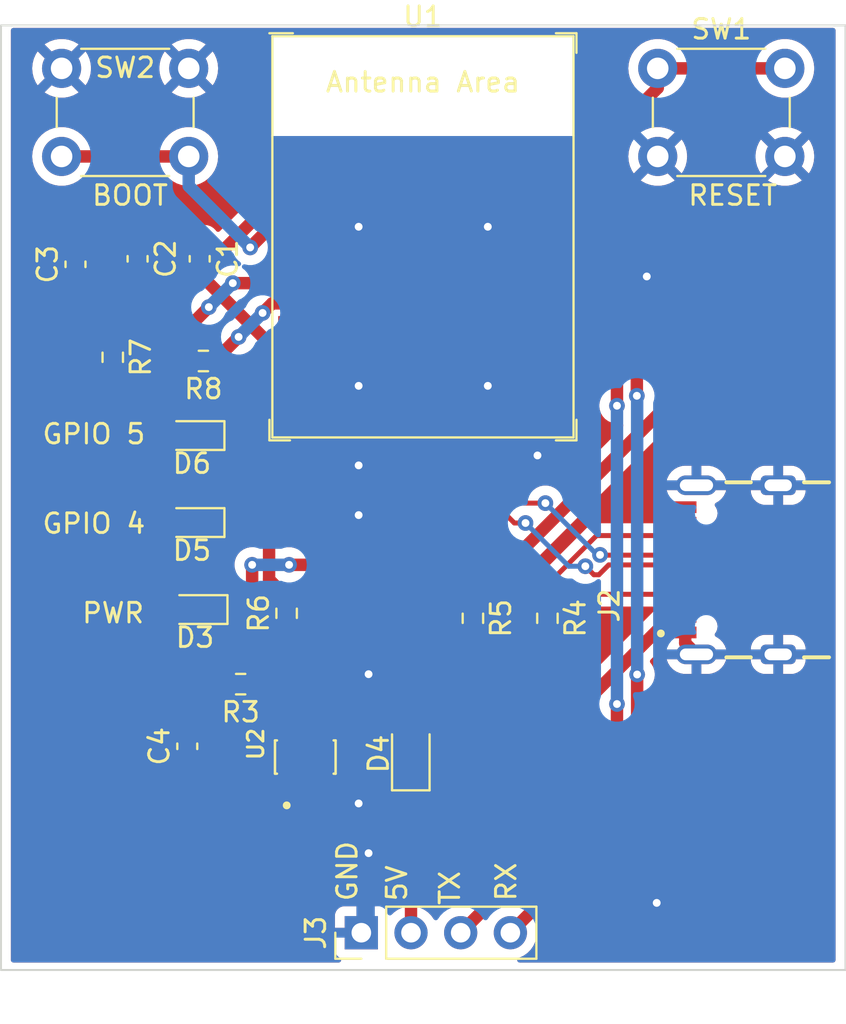
<source format=kicad_pcb>
(kicad_pcb (version 20221018) (generator pcbnew)
  (layers (0 "F.Cu" signal) (31 "B.Cu" signal) (34 "B.Paste" user) (35 "F.Paste" user) (36 "B.SilkS" user "B.Silkscreen") (37 "F.SilkS" user "F.Silkscreen") (38 "B.Mask" user) (39 "F.Mask" user) (44 "Edge.Cuts" user))
  (net 0 "")
  (net 1 "GND")
  (net 2 "/3.3V")
  (net 3 "/5V")
  (net 4 "Net-(D3-A)")
  (net 5 "Net-(D4-A)")
  (net 6 "/D-")
  (net 7 "/D+")
  (net 9 "Net-(J2-CC2)")
  (net 10 "Net-(J2-CC1)")
  (net 12 "/RESET")
  (net 13 "/IO0")
  (net 17 "Net-(D5-A)")
  (net 18 "Net-(D6-A)")
  (net 30 "Net-(J3-Pin_3)")
  (net 31 "Net-(J3-Pin_4)")
  (net 48 "Net-(U1-GPIO4{slash}TOUCH4{slash}ADC1_CH3)")
  (net 49 "Net-(U1-GPIO5{slash}TOUCH5{slash}ADC1_CH4)")
  (footprint "Diode_SMD:D_0805_2012Metric_Pad1.15x1.40mm_HandSolder" (layer "F.Cu") (at 125.095 92.465 90)
    (fp_text reference "D4" (at 0 -1.65 90) (layer "F.SilkS"))
    (fp_text value "D_Schottky")
    (fp_line (start -1.86 -0.96) (end -1.86 0.96) (stroke (width 0.12)) (layer "F.SilkS"))
    (fp_line (start -1.86 0.96) (end 1 0.96) (stroke (width 0.12)) (layer "F.SilkS"))
    (fp_line (start 1 -0.96) (end -1.86 -0.96) (stroke (width 0.12)) (layer "F.SilkS"))
    (pad "1" smd roundrect (at -1.025 0 90) (size 1.15 1.4) (layers "F.Cu" "F.Paste" "F.Mask") (roundrect_rratio 0.217391) (net 3 "/5V"))
    (pad "2" smd roundrect (at 1.025 0 90) (size 1.15 1.4) (layers "F.Cu" "F.Paste" "F.Mask") (roundrect_rratio 0.217391) (net 5 "Net-(D4-A)"))
  )
  (footprint "LED_SMD:LED_0603_1608Metric_Pad1.05x0.95mm_HandSolder" (layer "F.Cu") (at 114.06 85.09 180)
    (fp_text reference "D3" (at 0 -1.43) (layer "F.SilkS"))
    (fp_text value "LED")
    (fp_line (start -1.66 -0.735) (end -1.66 0.735) (stroke (width 0.12)) (layer "F.SilkS"))
    (fp_line (start -1.66 0.735) (end 0.8 0.735) (stroke (width 0.12)) (layer "F.SilkS"))
    (fp_line (start 0.8 -0.735) (end -1.66 -0.735) (stroke (width 0.12)) (layer "F.SilkS"))
    (pad "1" smd roundrect (at -0.875 0 180) (size 1.05 0.95) (layers "F.Cu" "F.Paste" "F.Mask") (net 1 "GND"))
    (pad "2" smd roundrect (at 0.875 0 180) (size 1.05 0.95) (layers "F.Cu" "F.Paste" "F.Mask") (net 4 "Net-(D3-A)"))
  )
  (footprint "Button_Switch_THT:SW_PUSH_6mm" (layer "F.Cu") (at 113.74 61.94 180)
    (fp_text reference "SW2" (at 3.25 4.536) (layer "F.SilkS"))
    (fp_text value "SW_DIP_x01")
    (fp_line (start -0.25 1.5) (end -0.25 3) (stroke (width 0.12)) (layer "F.SilkS"))
    (fp_line (start 1 5.5) (end 5.5 5.5) (stroke (width 0.12)) (layer "F.SilkS"))
    (fp_line (start 5.5 -1) (end 1 -1) (stroke (width 0.12)) (layer "F.SilkS"))
    (fp_line (start 6.75 3) (end 6.75 1.5) (stroke (width 0.12)) (layer "F.SilkS"))
    (pad "1" thru_hole circle (at 0 0 270) (size 2 2) (drill 1.1) (layers "*.Cu" "*.Mask") (net 13 "/IO0"))
    (pad "1" thru_hole circle (at 6.5 0 270) (size 2 2) (drill 1.1) (layers "*.Cu" "*.Mask") (net 13 "/IO0"))
    (pad "2" thru_hole circle (at 0 4.5 270) (size 2 2) (drill 1.1) (layers "*.Cu" "*.Mask") (net 1 "GND"))
    (pad "2" thru_hole circle (at 6.5 4.5 270) (size 2 2) (drill 1.1) (layers "*.Cu" "*.Mask") (net 1 "GND"))
  )
  (footprint "Resistor_SMD:R_0603_1608Metric" (layer "F.Cu") (at 118.745 85.28 90)
    (fp_text reference "R6" (at 0 -1.43 90) (layer "F.SilkS"))
    (fp_text value "10K")
    (fp_line (start -0.237258 -0.5225) (end 0.237258 -0.5225) (stroke (width 0.12)) (layer "F.SilkS"))
    (fp_line (start -0.237258 0.5225) (end 0.237258 0.5225) (stroke (width 0.12)) (layer "F.SilkS"))
    (pad "1" smd roundrect (at -0.825 0 90) (size 0.8 0.95) (layers "F.Cu" "F.Paste" "F.Mask") (net 12 "/RESET"))
    (pad "2" smd roundrect (at 0.825 0 90) (size 0.8 0.95) (layers "F.Cu" "F.Paste" "F.Mask") (net 2 "/3.3V"))
  )
  (footprint "Resistor_SMD:R_0603_1608Metric" (layer "F.Cu") (at 114.49 72.39 180)
    (fp_text reference "R8" (at 0 -1.43) (layer "F.SilkS"))
    (fp_text value "620")
    (fp_line (start -0.237258 -0.5225) (end 0.237258 -0.5225) (stroke (width 0.12)) (layer "F.SilkS"))
    (fp_line (start -0.237258 0.5225) (end 0.237258 0.5225) (stroke (width 0.12)) (layer "F.SilkS"))
    (pad "1" smd roundrect (at -0.825 0 180) (size 0.8 0.95) (layers "F.Cu" "F.Paste" "F.Mask") (net 49 "Net-(U1-GPIO5{slash}TOUCH5{slash}ADC1_CH4)"))
    (pad "2" smd roundrect (at 0.825 0 180) (size 0.8 0.95) (layers "F.Cu" "F.Paste" "F.Mask") (net 18 "Net-(D6-A)"))
  )
  (footprint "LED_SMD:LED_0603_1608Metric_Pad1.05x0.95mm_HandSolder" (layer "F.Cu") (at 113.905 80.645 180)
    (fp_text reference "D5" (at 0 -1.43) (layer "F.SilkS"))
    (fp_text value "LED")
    (fp_line (start -1.66 -0.735) (end -1.66 0.735) (stroke (width 0.12)) (layer "F.SilkS"))
    (fp_line (start -1.66 0.735) (end 0.8 0.735) (stroke (width 0.12)) (layer "F.SilkS"))
    (fp_line (start 0.8 -0.735) (end -1.66 -0.735) (stroke (width 0.12)) (layer "F.SilkS"))
    (pad "1" smd roundrect (at -0.875 0 180) (size 1.05 0.95) (layers "F.Cu" "F.Paste" "F.Mask") (net 1 "GND"))
    (pad "2" smd roundrect (at 0.875 0 180) (size 1.05 0.95) (layers "F.Cu" "F.Paste" "F.Mask") (net 17 "Net-(D5-A)"))
  )
  (footprint "Capacitor_SMD:C_0603_1608Metric" (layer "F.Cu") (at 111.125 67.17 -90)
    (fp_text reference "C2" (at 0 -1.43 90) (layer "F.SilkS"))
    (fp_text value "10uF")
    (fp_line (start -0.14058 -0.51) (end 0.14058 -0.51) (stroke (width 0.12)) (layer "F.SilkS"))
    (fp_line (start -0.14058 0.51) (end 0.14058 0.51) (stroke (width 0.12)) (layer "F.SilkS"))
    (pad "1" smd roundrect (at -0.775 0 270) (size 0.9 0.95) (layers "F.Cu" "F.Paste" "F.Mask") (net 1 "GND"))
    (pad "2" smd roundrect (at 0.775 0 270) (size 0.9 0.95) (layers "F.Cu" "F.Paste" "F.Mask") (net 2 "/3.3V"))
  )
  (footprint "Capacitor_SMD:C_0603_1608Metric" (layer "F.Cu") (at 113.665 92.075 90)
    (fp_text reference "C4" (at 0 -1.43 90) (layer "F.SilkS"))
    (fp_text value "10uF")
    (fp_line (start -0.14058 -0.51) (end 0.14058 -0.51) (stroke (width 0.12)) (layer "F.SilkS"))
    (fp_line (start -0.14058 0.51) (end 0.14058 0.51) (stroke (width 0.12)) (layer "F.SilkS"))
    (pad "1" smd roundrect (at -0.775 0 90) (size 0.9 0.95) (layers "F.Cu" "F.Paste" "F.Mask") (net 3 "/5V"))
    (pad "2" smd roundrect (at 0.775 0 90) (size 0.9 0.95) (layers "F.Cu" "F.Paste" "F.Mask") (net 1 "GND"))
  )
  (footprint "Resistor_SMD:R_0603_1608Metric" (layer "F.Cu") (at 128.27 85.535 -90)
    (fp_text reference "R5" (at 0 -1.43 90) (layer "F.SilkS"))
    (fp_text value "5.1K")
    (fp_line (start -0.237258 -0.5225) (end 0.237258 -0.5225) (stroke (width 0.12)) (layer "F.SilkS"))
    (fp_line (start -0.237258 0.5225) (end 0.237258 0.5225) (stroke (width 0.12)) (layer "F.SilkS"))
    (pad "1" smd roundrect (at -0.825 0 270) (size 0.8 0.95) (layers "F.Cu" "F.Paste" "F.Mask") (net 9 "Net-(J2-CC2)"))
    (pad "2" smd roundrect (at 0.825 0 270) (size 0.8 0.95) (layers "F.Cu" "F.Paste" "F.Mask") (net 1 "GND"))
  )
  (footprint "Resistor_SMD:R_0603_1608Metric" (layer "F.Cu") (at 109.855 72.2 -90)
    (fp_text reference "R7" (at 0 -1.43 90) (layer "F.SilkS"))
    (fp_text value "620")
    (fp_line (start -0.237258 -0.5225) (end 0.237258 -0.5225) (stroke (width 0.12)) (layer "F.SilkS"))
    (fp_line (start -0.237258 0.5225) (end 0.237258 0.5225) (stroke (width 0.12)) (layer "F.SilkS"))
    (pad "1" smd roundrect (at -0.825 0 270) (size 0.8 0.95) (layers "F.Cu" "F.Paste" "F.Mask") (net 48 "Net-(U1-GPIO4{slash}TOUCH4{slash}ADC1_CH3)"))
    (pad "2" smd roundrect (at 0.825 0 270) (size 0.8 0.95) (layers "F.Cu" "F.Paste" "F.Mask") (net 17 "Net-(D5-A)"))
  )
  (footprint "Custom USB:GCT_USB4105GFA" (layer "F.Cu") (at 143.88 83.06 90)
    (fp_text reference "J2" (at -1.825 -8.635 90) (layer "F.SilkS"))
    (fp_text value "USB4105GFA")
    (fp_line (start -4.47 -2.65) (end -4.47 -1.4) (stroke (width 0.2)) (layer "F.SilkS"))
    (fp_line (start -4.47 1.32) (end -4.47 2.6) (stroke (width 0.2)) (layer "F.SilkS"))
    (fp_line (start 4.47 -2.65) (end 4.47 -1.4) (stroke (width 0.2)) (layer "F.SilkS"))
    (fp_line (start 4.47 2.6) (end 4.47 1.32) (stroke (width 0.2)) (layer "F.SilkS"))
    (fp_circle (center -3.25 -6) (end -3.15 -6) (stroke (width 0.2)) (fill none) (layer "F.SilkS"))
    (pad "" np_thru_hole circle (at -2.89 -3.68 90) (size 0.65 0.65) (drill 0.65) (layers "*.Cu" "*.Mask"))
    (pad "" np_thru_hole circle (at 2.89 -3.68 90) (size 0.65 0.65) (drill 0.65) (layers "*.Cu" "*.Mask"))
    (pad "A1_B12" smd rect (at -3.2 -4.755 90) (size 0.6 1.15) (layers "F.Cu" "F.Paste" "F.Mask") (net 1 "GND"))
    (pad "A4_B9" smd rect (at -2.4 -4.755 90) (size 0.6 1.15) (layers "F.Cu" "F.Paste" "F.Mask") (net 5 "Net-(D4-A)"))
    (pad "A5" smd rect (at -1.25 -4.755 90) (size 0.3 1.15) (layers "F.Cu" "F.Paste" "F.Mask") (net 10 "Net-(J2-CC1)"))
    (pad "A6" smd rect (at -0.25 -4.755 90) (size 0.3 1.15) (layers "F.Cu" "F.Paste" "F.Mask") (net 7 "/D+"))
    (pad "A7" smd rect (at 0.25 -4.755 90) (size 0.3 1.15) (layers "F.Cu" "F.Paste" "F.Mask") (net 6 "/D-"))
    (pad "A8" smd rect (at 1.25 -4.755 90) (size 0.3 1.15) (layers "F.Cu" "F.Paste" "F.Mask"))
    (pad "B1_A12" smd rect (at 3.2 -4.755 90) (size 0.6 1.15) (layers "F.Cu" "F.Paste" "F.Mask") (net 1 "GND"))
    (pad "B4_A9" smd rect (at 2.4 -4.755 90) (size 0.6 1.15) (layers "F.Cu" "F.Paste" "F.Mask") (net 5 "Net-(D4-A)"))
    (pad "B5" smd rect (at 1.75 -4.755 90) (size 0.3 1.15) (layers "F.Cu" "F.Paste" "F.Mask") (net 9 "Net-(J2-CC2)"))
    (pad "B6" smd rect (at 0.75 -4.755 90) (size 0.3 1.15) (layers "F.Cu" "F.Paste" "F.Mask") (net 7 "/D+"))
    (pad "B7" smd rect (at -0.75 -4.755 90) (size 0.3 1.15) (layers "F.Cu" "F.Paste" "F.Mask") (net 6 "/D-"))
    (pad "B8" smd rect (at -1.75 -4.755 90) (size 0.3 1.15) (layers "F.Cu" "F.Paste" "F.Mask"))
    (pad "SH1" thru_hole oval (at -4.32 -4.18 90) (size 1 2.1) (drill oval 0.6 1.7) (layers "*.Cu" "*.Mask") (net 1 "GND"))
    (pad "SH2" thru_hole oval (at 4.32 -4.18 90) (size 1 2.1) (drill oval 0.6 1.7) (layers "*.Cu" "*.Mask") (net 1 "GND"))
    (pad "SH3" thru_hole roundrect (at -4.32 0 90) (size 1 1.8) (drill oval 0.6 1.4) (layers "*.Cu" "*.Mask") (net 1 "GND"))
    (pad "SH4" thru_hole roundrect (at 4.32 0 90) (size 1 1.8) (drill oval 0.6 1.4) (layers "*.Cu" "*.Mask") (net 1 "GND"))
  )
  (footprint "ESP:ESP32-S3-MINI-1" (layer "F.Cu") (at 125.715 68.595)
    (fp_text reference "U1" (at 0 -13.8) (layer "F.SilkS"))
    (fp_text value "ESP32-S3-MINI-1")
    (fp_text user "Antenna Area" (at 0 -10.45) (layer "F.SilkS"))
    (fp_line (start -7.85 7.85) (end -7.85 6.8) (stroke (width 0.12)) (layer "F.SilkS"))
    (fp_line (start -7.7 -12.8) (end -7.7 -7.7) (stroke (width 0.12)) (layer "F.SilkS"))
    (fp_line (start -7.7 -12.8) (end 7.7 -12.8) (stroke (width 0.12)) (layer "F.SilkS"))
    (fp_line (start -7.7 7.7) (end -7.7 -7.7) (stroke (width 0.12)) (layer "F.SilkS"))
    (fp_line (start -6.8 7.85) (end -7.85 7.85) (stroke (width 0.12)) (layer "F.SilkS"))
    (fp_line (start -6.65 -12.95) (end -7.85 -12.95) (stroke (width 0.12)) (layer "F.SilkS"))
    (fp_line (start 6.8 -12.95) (end 7.85 -12.95) (stroke (width 0.12)) (layer "F.SilkS"))
    (fp_line (start 6.8 7.85) (end 7.85 7.85) (stroke (width 0.12)) (layer "F.SilkS"))
    (fp_line (start 7.7 -12.8) (end 7.7 -7.7) (stroke (width 0.12)) (layer "F.SilkS"))
    (fp_line (start 7.7 -7.7) (end 7.7 7.7) (stroke (width 0.12)) (layer "F.SilkS"))
    (fp_line (start 7.7 7.7) (end -7.7 7.7) (stroke (width 0.12)) (layer "F.SilkS"))
    (fp_line (start 7.85 -12.95) (end 7.85 -11.95) (stroke (width 0.12)) (layer "F.SilkS"))
    (fp_line (start 7.85 7.85) (end 7.85 6.8) (stroke (width 0.12)) (layer "F.SilkS"))
    (pad "1" smd rect (at -7 -5.95 90) (size 0.4 0.8) (layers "F.Cu" "F.Paste" "F.Mask") (net 1 "GND"))
    (pad "2" smd rect (at -7 -5.1 90) (size 0.4 0.8) (layers "F.Cu" "F.Paste" "F.Mask") (net 1 "GND"))
    (pad "3" smd rect (at -7 -4.25 90) (size 0.4 0.8) (layers "F.Cu" "F.Paste" "F.Mask") (net 2 "/3.3V"))
    (pad "4" smd rect (at -7 -3.4 90) (size 0.4 0.8) (layers "F.Cu" "F.Paste" "F.Mask") (net 13 "/IO0"))
    (pad "5" smd rect (at -7 -2.55 90) (size 0.4 0.8) (layers "F.Cu" "F.Paste" "F.Mask"))
    (pad "6" smd rect (at -7 -1.7 90) (size 0.4 0.8) (layers "F.Cu" "F.Paste" "F.Mask"))
    (pad "7" smd rect (at -7 -0.85 90) (size 0.4 0.8) (layers "F.Cu" "F.Paste" "F.Mask"))
    (pad "8" smd rect (at -7 0 90) (size 0.4 0.8) (layers "F.Cu" "F.Paste" "F.Mask") (net 48 "Net-(U1-GPIO4{slash}TOUCH4{slash}ADC1_CH3)"))
    (pad "9" smd rect (at -7 0.85 90) (size 0.4 0.8) (layers "F.Cu" "F.Paste" "F.Mask") (net 49 "Net-(U1-GPIO5{slash}TOUCH5{slash}ADC1_CH4)"))
    (pad "10" smd rect (at -7 1.7 90) (size 0.4 0.8) (layers "F.Cu" "F.Paste" "F.Mask"))
    (pad "11" smd rect (at -7 2.55 90) (size 0.4 0.8) (layers "F.Cu" "F.Paste" "F.Mask"))
    (pad "12" smd rect (at -7 3.4 90) (size 0.4 0.8) (layers "F.Cu" "F.Paste" "F.Mask"))
    (pad "13" smd rect (at -7 4.25 90) (size 0.4 0.8) (layers "F.Cu" "F.Paste" "F.Mask"))
    (pad "14" smd rect (at -7 5.1 90) (size 0.4 0.8) (layers "F.Cu" "F.Paste" "F.Mask"))
    (pad "15" smd rect (at -7 5.95 90) (size 0.4 0.8) (layers "F.Cu" "F.Paste" "F.Mask"))
    (pad "16" smd rect (at -5.95 7) (size 0.4 0.8) (layers "F.Cu" "F.Paste" "F.Mask"))
    (pad "17" smd rect (at -5.1 7) (size 0.4 0.8) (layers "F.Cu" "F.Paste" "F.Mask"))
    (pad "18" smd rect (at -4.25 7) (size 0.4 0.8) (layers "F.Cu" "F.Paste" "F.Mask"))
    (pad "19" smd rect (at -3.4 7) (size 0.4 0.8) (layers "F.Cu" "F.Paste" "F.Mask"))
    (pad "20" smd rect (at -2.55 7) (size 0.4 0.8) (layers "F.Cu" "F.Paste" "F.Mask"))
    (pad "21" smd rect (at -1.7 7) (size 0.4 0.8) (layers "F.Cu" "F.Paste" "F.Mask"))
    (pad "22" smd rect (at -0.85 7) (size 0.4 0.8) (layers "F.Cu" "F.Paste" "F.Mask"))
    (pad "23" smd rect (at 0 7) (size 0.4 0.8) (layers "F.Cu" "F.Paste" "F.Mask") (net 6 "/D-"))
    (pad "24" smd rect (at 0.85 7) (size 0.4 0.8) (layers "F.Cu" "F.Paste" "F.Mask") (net 7 "/D+"))
    (pad "25" smd rect (at 1.7 7) (size 0.4 0.8) (layers "F.Cu" "F.Paste" "F.Mask"))
    (pad "26" smd rect (at 2.55 7) (size 0.4 0.8) (layers "F.Cu" "F.Paste" "F.Mask"))
    (pad "27" smd rect (at 3.4 7) (size 0.4 0.8) (layers "F.Cu" "F.Paste" "F.Mask"))
    (pad "28" smd rect (at 4.25 7) (size 0.4 0.8) (layers "F.Cu" "F.Paste" "F.Mask"))
    (pad "29" smd rect (at 5.1 7) (size 0.4 0.8) (layers "F.Cu" "F.Paste" "F.Mask"))
    (pad "30" smd rect (at 5.95 7) (size 0.4 0.8) (layers "F.Cu" "F.Paste" "F.Mask"))
    (pad "31" smd rect (at 7 5.95 90) (size 0.4 0.8) (layers "F.Cu" "F.Paste" "F.Mask"))
    (pad "32" smd rect (at 7 5.1 90) (size 0.4 0.8) (layers "F.Cu" "F.Paste" "F.Mask"))
    (pad "33" smd rect (at 7 4.25 90) (size 0.4 0.8) (layers "F.Cu" "F.Paste" "F.Mask"))
    (pad "34" smd rect (at 7 3.4 90) (size 0.4 0.8) (layers "F.Cu" "F.Paste" "F.Mask"))
    (pad "35" smd rect (at 7 2.55 90) (size 0.4 0.8) (layers "F.Cu" "F.Paste" "F.Mask"))
    (pad "36" smd rect (at 7 1.7 90) (size 0.4 0.8) (layers "F.Cu" "F.Paste" "F.Mask"))
    (pad "37" smd rect (at 7 0.85 90) (size 0.4 0.8) (layers "F.Cu" "F.Paste" "F.Mask"))
    (pad "38" smd rect (at 7 0 90) (size 0.4 0.8) (layers "F.Cu" "F.Paste" "F.Mask"))
    (pad "39" smd rect (at 7 -0.85 90) (size 0.4 0.8) (layers "F.Cu" "F.Paste" "F.Mask") (net 30 "Net-(J3-Pin_3)"))
    (pad "40" smd rect (at 7 -1.7 90) (size 0.4 0.8) (layers "F.Cu" "F.Paste" "F.Mask") (net 31 "Net-(J3-Pin_4)"))
    (pad "41" smd rect (at 7 -2.55 90) (size 0.4 0.8) (layers "F.Cu" "F.Paste" "F.Mask"))
    (pad "42" smd rect (at 7 -3.4 90) (size 0.4 0.8) (layers "F.Cu" "F.Paste" "F.Mask") (net 1 "GND"))
    (pad "43" smd rect (at 7 -4.25 90) (size 0.4 0.8) (layers "F.Cu" "F.Paste" "F.Mask") (net 1 "GND"))
    (pad "44" smd rect (at 7 -5.1 90) (size 0.4 0.8) (layers "F.Cu" "F.Paste" "F.Mask"))
    (pad "45" smd rect (at 7 -5.95 90) (size 0.4 0.8) (layers "F.Cu" "F.Paste" "F.Mask") (net 12 "/RESET"))
    (pad "46" smd rect (at 5.95 -7) (size 0.4 0.8) (layers "F.Cu" "F.Paste" "F.Mask") (net 1 "GND"))
    (pad "47" smd rect (at 5.1 -7) (size 0.4 0.8) (layers "F.Cu" "F.Paste" "F.Mask") (net 1 "GND"))
    (pad "48" smd rect (at 4.25 -7) (size 0.4 0.8) (layers "F.Cu" "F.Paste" "F.Mask") (net 1 "GND"))
    (pad "49" smd rect (at 3.4 -7) (size 0.4 0.8) (layers "F.Cu" "F.Paste" "F.Mask") (net 1 "GND"))
    (pad "50" smd rect (at 2.55 -7) (size 0.4 0.8) (layers "F.Cu" "F.Paste" "F.Mask") (net 1 "GND"))
    (pad "51" smd rect (at 1.7 -7) (size 0.4 0.8) (layers "F.Cu" "F.Paste" "F.Mask") (net 1 "GND"))
    (pad "52" smd rect (at 0.85 -7) (size 0.4 0.8) (layers "F.Cu" "F.Paste" "F.Mask") (net 1 "GND"))
    (pad "53" smd rect (at 0 -7) (size 0.4 0.8) (layers "F.Cu" "F.Paste" "F.Mask") (net 1 "GND"))
    (pad "54" smd rect (at -0.85 -7) (size 0.4 0.8) (layers "F.Cu" "F.Paste" "F.Mask") (net 1 "GND"))
    (pad "55" smd rect (at -1.7 -7) (size 0.4 0.8) (layers "F.Cu" "F.Paste" "F.Mask") (net 1 "GND"))
    (pad "56" smd rect (at -2.55 -7) (size 0.4 0.8) (layers "F.Cu" "F.Paste" "F.Mask") (net 1 "GND"))
    (pad "57" smd rect (at -3.4 -7) (size 0.4 0.8) (layers "F.Cu" "F.Paste" "F.Mask") (net 1 "GND"))
    (pad "58" smd rect (at -4.25 -7) (size 0.4 0.8) (layers "F.Cu" "F.Paste" "F.Mask") (net 1 "GND"))
    (pad "59" smd rect (at -5.1 -7) (size 0.4 0.8) (layers "F.Cu" "F.Paste" "F.Mask") (net 1 "GND"))
    (pad "60" smd rect (at -5.95 -7) (size 0.4 0.8) (layers "F.Cu" "F.Paste" "F.Mask") (net 1 "GND"))
    (pad "61" smd custom (at -1.65 -1.65) (size 0.6 0.6) (layers "F.Cu" "F.Paste" "F.Mask") (net 1 "GND") (options (clearance outline) (anchor rect)) (primitives (gr_poly (pts (xy 0.6 0.6) (xy -0.6 0.6) (xy -0.6 0) (xy 0 -0.6) (xy 0.6 -0.6)) (width 0) (fill yes))))
    (pad "61" smd rect (at -1.65 0) (size 1.2 1.2) (layers "F.Cu" "F.Paste" "F.Mask") (net 1 "GND"))
    (pad "61" smd rect (at -1.65 1.65) (size 1.2 1.2) (layers "F.Cu" "F.Paste" "F.Mask") (net 1 "GND"))
    (pad "61" smd rect (at 0 -1.65) (size 1.2 1.2) (layers "F.Cu" "F.Paste" "F.Mask") (net 1 "GND"))
    (pad "61" smd rect (at 0 0) (size 1.2 1.2) (layers "F.Cu" "F.Paste" "F.Mask") (net 1 "GND"))
    (pad "61" smd rect (at 0 1.65) (size 1.2 1.2) (layers "F.Cu" "F.Paste" "F.Mask") (net 1 "GND"))
    (pad "61" smd rect (at 1.65 -1.65) (size 1.2 1.2) (layers "F.Cu" "F.Paste" "F.Mask") (net 1 "GND"))
    (pad "61" smd rect (at 1.65 0) (size 1.2 1.2) (layers "F.Cu" "F.Paste" "F.Mask") (net 1 "GND"))
    (pad "61" smd rect (at 1.65 1.65) (size 1.2 1.2) (layers "F.Cu" "F.Paste" "F.Mask") (net 1 "GND"))
    (pad "62" smd rect (at -7 -7 180) (size 0.8 0.8) (layers "F.Cu" "F.Paste" "F.Mask") (net 1 "GND"))
    (pad "63" smd rect (at -7 7 180) (size 0.8 0.8) (layers "F.Cu" "F.Paste" "F.Mask") (net 1 "GND"))
    (pad "64" smd rect (at 7 7 180) (size 0.8 0.8) (layers "F.Cu" "F.Paste" "F.Mask") (net 1 "GND"))
    (pad "65" smd rect (at 7 -7 180) (size 0.8 0.8) (layers "F.Cu" "F.Paste" "F.Mask") (net 1 "GND"))
    (zone (net 0) (net_name "") (layers "*.Cu") (name "antenna keepout") (connect_pads (clearance 0)) (min_thickness 0.254)
      (keepout (tracks not_allowed) (vias not_allowed) (pads not_allowed) (copperpour not_allowed) (footprints not_allowed))
      (fill (thermal_gap 0.508) (thermal_bridge_width 0.508))
      (polygon (pts (xy 133.415 60.895) (xy 118.015 60.895) (xy 118.015 55.795) (xy 133.415 55.795)))
    )
  )
  (footprint "LED_SMD:LED_0603_1608Metric_Pad1.05x0.95mm_HandSolder" (layer "F.Cu") (at 113.905 76.2 180)
    (fp_text reference "D6" (at 0 -1.43) (layer "F.SilkS"))
    (fp_text value "LED")
    (fp_line (start -1.66 -0.735) (end -1.66 0.735) (stroke (width 0.12)) (layer "F.SilkS"))
    (fp_line (start -1.66 0.735) (end 0.8 0.735) (stroke (width 0.12)) (layer "F.SilkS"))
    (fp_line (start 0.8 -0.735) (end -1.66 -0.735) (stroke (width 0.12)) (layer "F.SilkS"))
    (pad "1" smd roundrect (at -0.875 0 180) (size 1.05 0.95) (layers "F.Cu" "F.Paste" "F.Mask") (net 1 "GND"))
    (pad "2" smd roundrect (at 0.875 0 180) (size 1.05 0.95) (layers "F.Cu" "F.Paste" "F.Mask") (net 18 "Net-(D6-A)"))
  )
  (footprint "Resistor_SMD:R_0603_1608Metric" (layer "F.Cu") (at 116.395 88.9 180)
    (fp_text reference "R3" (at 0 -1.43) (layer "F.SilkS"))
    (fp_text value "560")
    (fp_line (start -0.237258 -0.5225) (end 0.237258 -0.5225) (stroke (width 0.12)) (layer "F.SilkS"))
    (fp_line (start -0.237258 0.5225) (end 0.237258 0.5225) (stroke (width 0.12)) (layer "F.SilkS"))
    (pad "1" smd roundrect (at -0.825 0 180) (size 0.8 0.95) (layers "F.Cu" "F.Paste" "F.Mask") (net 2 "/3.3V"))
    (pad "2" smd roundrect (at 0.825 0 180) (size 0.8 0.95) (layers "F.Cu" "F.Paste" "F.Mask") (net 4 "Net-(D3-A)"))
  )
  (footprint "Button_Switch_THT:SW_PUSH_6mm" (layer "F.Cu") (at 137.72 57.44)
    (fp_text reference "SW1" (at 3.25 -2) (layer "F.SilkS"))
    (fp_text value "SW_DIP_x01")
    (fp_line (start -0.25 1.5) (end -0.25 3) (stroke (width 0.12)) (layer "F.SilkS"))
    (fp_line (start 1 5.5) (end 5.5 5.5) (stroke (width 0.12)) (layer "F.SilkS"))
    (fp_line (start 5.5 -1) (end 1 -1) (stroke (width 0.12)) (layer "F.SilkS"))
    (fp_line (start 6.75 3) (end 6.75 1.5) (stroke (width 0.12)) (layer "F.SilkS"))
    (pad "1" thru_hole circle (at 0 0 90) (size 2 2) (drill 1.1) (layers "*.Cu" "*.Mask") (net 12 "/RESET"))
    (pad "1" thru_hole circle (at 6.5 0 90) (size 2 2) (drill 1.1) (layers "*.Cu" "*.Mask") (net 12 "/RESET"))
    (pad "2" thru_hole circle (at 0 4.5 90) (size 2 2) (drill 1.1) (layers "*.Cu" "*.Mask") (net 1 "GND"))
    (pad "2" thru_hole circle (at 6.5 4.5 90) (size 2 2) (drill 1.1) (layers "*.Cu" "*.Mask") (net 1 "GND"))
  )
  (footprint "Resistor_SMD:R_0603_1608Metric" (layer "F.Cu") (at 132.08 85.535 -90)
    (fp_text reference "R4" (at 0 -1.43 90) (layer "F.SilkS"))
    (fp_text value "5.1K")
    (fp_line (start -0.237258 -0.5225) (end 0.237258 -0.5225) (stroke (width 0.12)) (layer "F.SilkS"))
    (fp_line (start -0.237258 0.5225) (end 0.237258 0.5225) (stroke (width 0.12)) (layer "F.SilkS"))
    (pad "1" smd roundrect (at -0.825 0 270) (size 0.8 0.95) (layers "F.Cu" "F.Paste" "F.Mask") (net 10 "Net-(J2-CC1)"))
    (pad "2" smd roundrect (at 0.825 0 270) (size 0.8 0.95) (layers "F.Cu" "F.Paste" "F.Mask") (net 1 "GND"))
  )
  (footprint "Capacitor_SMD:C_0603_1608Metric" (layer "F.Cu") (at 114.3 67.17 -90)
    (fp_text reference "C1" (at 0 -1.43 90) (layer "F.SilkS"))
    (fp_text value "0.1uF")
    (fp_line (start -0.14058 -0.51) (end 0.14058 -0.51) (stroke (width 0.12)) (layer "F.SilkS"))
    (fp_line (start -0.14058 0.51) (end 0.14058 0.51) (stroke (width 0.12)) (layer "F.SilkS"))
    (pad "1" smd roundrect (at -0.775 0 270) (size 0.9 0.95) (layers "F.Cu" "F.Paste" "F.Mask") (net 1 "GND"))
    (pad "2" smd roundrect (at 0.775 0 270) (size 0.9 0.95) (layers "F.Cu" "F.Paste" "F.Mask") (net 2 "/3.3V"))
  )
  (footprint "Connector_PinHeader_2.54mm:PinHeader_1x04_P2.54mm_Vertical" (layer "F.Cu") (at 122.565 101.6 90)
    (fp_text reference "J3" (at 0 -2.33 90) (layer "F.SilkS"))
    (fp_text value "Conn_01x04")
    (fp_line (start -1.33 -1.33) (end 0 -1.33) (stroke (width 0.12)) (layer "F.SilkS"))
    (fp_line (start -1.33 0) (end -1.33 -1.33) (stroke (width 0.12)) (layer "F.SilkS"))
    (fp_line (start -1.33 1.27) (end -1.33 8.95) (stroke (width 0.12)) (layer "F.SilkS"))
    (fp_line (start -1.33 1.27) (end 1.33 1.27) (stroke (width 0.12)) (layer "F.SilkS"))
    (fp_line (start -1.33 8.95) (end 1.33 8.95) (stroke (width 0.12)) (layer "F.SilkS"))
    (fp_line (start 1.33 1.27) (end 1.33 8.95) (stroke (width 0.12)) (layer "F.SilkS"))
    (pad "1" thru_hole rect (at 0 0 90) (size 1.7 1.7) (drill 1) (layers "*.Cu" "*.Mask") (net 1 "GND"))
    (pad "2" thru_hole oval (at 0 2.54 90) (size 1.7 1.7) (drill 1) (layers "*.Cu" "*.Mask") (net 3 "/5V"))
    (pad "3" thru_hole oval (at 0 5.08 90) (size 1.7 1.7) (drill 1) (layers "*.Cu" "*.Mask") (net 30 "Net-(J3-Pin_3)"))
    (pad "4" thru_hole oval (at 0 7.62 90) (size 1.7 1.7) (drill 1) (layers "*.Cu" "*.Mask") (net 31 "Net-(J3-Pin_4)"))
  )
  (footprint "Capacitor_SMD:C_0603_1608Metric" (layer "F.Cu") (at 107.95 67.45 90)
    (fp_text reference "C3" (at 0 -1.43 90) (layer "F.SilkS"))
    (fp_text value "10uF")
    (fp_line (start -0.14058 -0.51) (end 0.14058 -0.51) (stroke (width 0.12)) (layer "F.SilkS"))
    (fp_line (start -0.14058 0.51) (end 0.14058 0.51) (stroke (width 0.12)) (layer "F.SilkS"))
    (pad "1" smd roundrect (at -0.775 0 90) (size 0.9 0.95) (layers "F.Cu" "F.Paste" "F.Mask") (net 2 "/3.3V"))
    (pad "2" smd roundrect (at 0.775 0 90) (size 0.9 0.95) (layers "F.Cu" "F.Paste" "F.Mask") (net 1 "GND"))
  )
  (footprint "AP2112K-3.3TRG1:SOT95P285X140-5N" (layer "F.Cu") (at 119.7 92.625 90)
    (fp_text reference "U2" (at 0.66442 -2.53029 90) (layer "F.SilkS") (effects (font (size 0.80263 0.80263))))
    (fp_text value "AP2112K-3.3TRG1")
    (fp_line (start -0.85 -1.55) (end -0.85 -1.45) (stroke (width 0.127)) (layer "F.SilkS"))
    (fp_line (start -0.85 1.55) (end -0.85 1.45) (stroke (width 0.127)) (layer "F.SilkS"))
    (fp_line (start 0.85 -1.55) (end -0.85 -1.55) (stroke (width 0.127)) (layer "F.SilkS"))
    (fp_line (start 0.85 -1.55) (end 0.85 -1.45) (stroke (width 0.127)) (layer "F.SilkS"))
    (fp_line (start 0.85 1.55) (end -0.85 1.55) (stroke (width 0.127)) (layer "F.SilkS"))
    (fp_line (start 0.85 1.55) (end 0.85 1.45) (stroke (width 0.127)) (layer "F.SilkS"))
    (fp_circle (center -2.469 -0.95) (end -2.369 -0.95) (stroke (width 0.2)) (fill none) (layer "F.SilkS"))
    (pad "1" smd roundrect (at -1.185 -0.95) (size 0.6 1.35) (layers "F.Cu" "F.Paste" "F.Mask") (roundrect_rratio 0.1) (net 3 "/5V"))
    (pad "2" smd roundrect (at -1.185 0) (size 0.6 1.35) (layers "F.Cu" "F.Paste" "F.Mask") (roundrect_rratio 0.1) (net 1 "GND"))
    (pad "3" smd roundrect (at -1.185 0.95) (size 0.6 1.35) (layers "F.Cu" "F.Paste" "F.Mask") (roundrect_rratio 0.1) (net 3 "/5V"))
    (pad "4" smd roundrect (at 1.185 0.95) (size 0.6 1.35) (layers "F.Cu" "F.Paste" "F.Mask") (roundrect_rratio 0.1))
    (pad "5" smd roundrect (at 1.185 -0.95) (size 0.6 1.35) (layers "F.Cu" "F.Paste" "F.Mask") (roundrect_rratio 0.1) (net 2 "/3.3V"))
  )
  (gr_rect (start 104.14 55.245) (end 147.32 103.505) (stroke (width 0.1)) (fill none) (layer "Edge.Cuts"))
  (gr_text "RX" (at 130.556 100.076 90) (layer "F.SilkS") (effects (font (size 1 1)) (justify left bottom)))
  (gr_text "TX" (at 127.675 100.27 90) (layer "F.SilkS") (effects (font (size 1 1)) (justify left bottom)))
  (gr_text "PWR" (at 108.204 85.852) (layer "F.SilkS") (effects (font (size 1 1)) (justify left bottom)))
  (gr_text "GPIO 5" (at 106.172 76.708) (layer "F.SilkS") (effects (font (size 1 1)) (justify left bottom)))
  (gr_text "GND" (at 122.428 100.076 90) (layer "F.SilkS") (effects (font (size 1 1)) (justify left bottom)))
  (gr_text "5V" (at 124.968 100.076 90) (layer "F.SilkS") (effects (font (size 1 1)) (justify left bottom)))
  (gr_text "GPIO 4" (at 106.172 81.28) (layer "F.SilkS") (effects (font (size 1 1)) (justify left bottom)))
  (gr_text "RESET" (at 139.192 64.516) (layer "F.SilkS") (effects (font (size 1 1)) (justify left bottom)))
  (gr_text "BOOT" (at 108.712 64.516) (layer "F.SilkS") (effects (font (size 1 1)) (justify left bottom)))
  (segment (start 118.715 77.059) (end 120.396 78.74) (width 0.635) (layer "F.Cu") (net 1))
  (segment (start 119.7 93.81) (end 119.7 94.459866) (width 0.635) (layer "F.Cu") (net 1))
  (segment (start 122.776134 97.536) (end 122.936 97.536) (width 0.635) (layer "F.Cu") (net 1))
  (segment (start 132.715 61.595) (end 132.715 61.849) (width 0.635) (layer "F.Cu") (net 1))
  (segment (start 133.291014 61.468) (end 134.62 60.139014) (width 0.635) (layer "F.Cu") (net 1))
  (segment (start 118.715 75.595) (end 118.715 77.059) (width 0.635) (layer "F.Cu") (net 1))
  (segment (start 116.845 63.495) (end 116.84 63.5) (width 0.635) (layer "F.Cu") (net 1))
  (segment (start 132.715 61.849) (end 133.096 61.468) (width 0.635) (layer "F.Cu") (net 1))
  (segment (start 107.95 66.675) (end 110.845 66.675) (width 0.635) (layer "F.Cu") (net 1))
  (segment (start 114.3 66.395) (end 111.125 66.395) (width 0.635) (layer "F.Cu") (net 1))
  (segment (start 118.715 63.495) (end 116.845 63.495) (width 0.635) (layer "F.Cu") (net 1))
  (segment (start 110.845 66.675) (end 111.125 66.395) (width 0.635) (layer "F.Cu") (net 1))
  (segment (start 139.125 86.26) (end 139.125 86.805) (width 0.635) (layer "F.Cu") (net 1))
  (segment (start 134.62 60.139014) (end 134.62 59.436) (width 0.635) (layer "F.Cu") (net 1))
  (segment (start 133.096 61.468) (end 133.291014 61.468) (width 0.635) (layer "F.Cu") (net 1))
  (segment (start 119.7 94.459866) (end 122.776134 97.536) (width 0.635) (layer "F.Cu") (net 1))
  (segment (start 139.125 86.805) (end 139.7 87.38) (width 0.635) (layer "F.Cu") (net 1))
  (via (at 122.428 65.532) (size 0.8) (drill 0.4) (layers "F.Cu" "B.Cu") (net 1))
  (via (at 122.428 73.66) (size 0.8) (drill 0.4) (layers "F.Cu" "B.Cu") (net 1))
  (via (at 122.936 88.392) (size 0.8) (drill 0.4) (layers "F.Cu" "B.Cu") (net 1))
  (via (at 129.032 65.532) (size 0.8) (drill 0.4) (layers "F.Cu" "B.Cu") (net 1))
  (via (at 137.16 68.072) (size 0.8) (drill 0.4) (layers "F.Cu" "B.Cu") (net 1))
  (via (at 122.428 80.264) (size 0.8) (drill 0.4) (layers "F.Cu" "B.Cu") (net 1))
  (via (at 122.428 77.724) (size 0.8) (drill 0.4) (layers "F.Cu" "B.Cu") (net 1))
  (via (at 129.032 73.66) (size 0.8) (drill 0.4) (layers "F.Cu" "B.Cu") (net 1))
  (via (at 122.936 97.536) (size 0.8) (drill 0.4) (layers "F.Cu" "B.Cu") (net 1))
  (via (at 131.572 77.216) (size 0.8) (drill 0.4) (layers "F.Cu" "B.Cu") (net 1))
  (via (at 122.428 94.996) (size 0.8) (drill 0.4) (layers "F.Cu" "B.Cu") (net 1))
  (via (at 137.668 100.076) (size 0.8) (drill 0.4) (layers "F.Cu" "B.Cu") (net 1))
  (segment (start 122.936 101.229) (end 122.565 101.6) (width 0.635) (layer "B.Cu") (net 1))
  (segment (start 122.936 97.536) (end 122.936 101.229) (width 0.635) (layer "B.Cu") (net 1))
  (segment (start 110.845 68.225) (end 111.125 67.945) (width 0.635) (layer "F.Cu") (net 2))
  (segment (start 111.125 67.945) (end 114.3 67.945) (width 0.635) (layer "F.Cu") (net 2))
  (segment (start 117.22 88.9) (end 117.62 88.9) (width 0.635) (layer "F.Cu") (net 2))
  (segment (start 117.8483 83.5583) (end 118.745 84.455) (width 0.635) (layer "F.Cu") (net 2))
  (segment (start 117.22 89.91) (end 118.75 91.44) (width 0.635) (layer "F.Cu") (net 2))
  (segment (start 107.95 68.225) (end 110.845 68.225) (width 0.635) (layer "F.Cu") (net 2))
  (segment (start 117.8483 71.4933) (end 117.8483 83.5583) (width 0.635) (layer "F.Cu") (net 2))
  (segment (start 117.9 64.345) (end 118.715 64.345) (width 0.635) (layer "F.Cu") (net 2))
  (segment (start 114.3 67.945) (end 117.9 64.345) (width 0.635) (layer "F.Cu") (net 2))
  (segment (start 117.22 88.9) (end 117.22 89.91) (width 0.635) (layer "F.Cu") (net 2))
  (segment (start 120.015 86.505) (end 120.015 85.725) (width 0.635) (layer "F.Cu") (net 2))
  (segment (start 117.62 88.9) (end 120.015 86.505) (width 0.635) (layer "F.Cu") (net 2))
  (segment (start 120.015 85.725) (end 118.745 84.455) (width 0.635) (layer "F.Cu") (net 2))
  (segment (start 114.3 67.945) (end 117.8483 71.4933) (width 0.635) (layer "F.Cu") (net 2))
  (segment (start 120.65 93.81) (end 120.988 93.472) (width 0.635) (layer "F.Cu") (net 3))
  (segment (start 125.095 101.59) (end 125.105 101.6) (width 0.635) (layer "F.Cu") (net 3))
  (segment (start 125.105 99.705) (end 124.968 99.568) (width 0.635) (layer "F.Cu") (net 3))
  (segment (start 125.105 101.6) (end 125.105 99.705) (width 0.635) (layer "F.Cu") (net 3))
  (segment (start 118.75 93.81) (end 118.412 93.472) (width 0.635) (layer "F.Cu") (net 3))
  (segment (start 118.412 93.472) (end 116.84 93.472) (width 0.635) (layer "F.Cu") (net 3))
  (segment (start 120.988 93.472) (end 122.428 93.472) (width 0.635) (layer "F.Cu") (net 3))
  (segment (start 113.185 86.515) (end 115.57 88.9) (width 0.635) (layer "F.Cu") (net 4))
  (segment (start 113.185 85.09) (end 113.185 86.515) (width 0.635) (layer "F.Cu") (net 4))
  (segment (start 139.590606 85.46) (end 139.125 85.46) (width 0.254) (layer "F.Cu") (net 5))
  (segment (start 140.3794 81.448794) (end 140.3794 84.671206) (width 0.254) (layer "F.Cu") (net 5))
  (segment (start 132.409986 91.44) (end 138.389986 85.46) (width 0.635) (layer "F.Cu") (net 5))
  (segment (start 139.590606 80.66) (end 140.3794 81.448794) (width 0.254) (layer "F.Cu") (net 5))
  (segment (start 140.3794 84.671206) (end 139.590606 85.46) (width 0.254) (layer "F.Cu") (net 5))
  (segment (start 138.389986 85.46) (end 139.125 85.46) (width 0.635) (layer "F.Cu") (net 5))
  (segment (start 139.125 80.66) (end 139.590606 80.66) (width 0.254) (layer "F.Cu") (net 5))
  (segment (start 125.095 91.44) (end 132.409986 91.44) (width 0.635) (layer "F.Cu") (net 5))
  (segment (start 138.509394 82.81) (end 138.2738 83.045594) (width 0.254) (layer "F.Cu") (net 6))
  (segment (start 138.509394 83.81) (end 139.125 83.81) (width 0.254) (layer "F.Cu") (net 6))
  (segment (start 130.959504 80.667504) (end 130.387504 80.667504) (width 0.254) (layer "F.Cu") (net 6))
  (segment (start 139.125 82.81) (end 135.212092 82.81) (width 0.254) (layer "F.Cu") (net 6))
  (segment (start 135.212092 82.81) (end 134.710092 83.312) (width 0.254) (layer "F.Cu") (net 6))
  (segment (start 130.387504 80.667504) (end 125.715 75.995) (width 0.254) (layer "F.Cu") (net 6))
  (segment (start 138.2738 83.045594) (end 138.2738 83.574406) (width 0.254) (layer "F.Cu") (net 6))
  (segment (start 125.715 75.995) (end 125.715 75.595) (width 0.254) (layer "F.Cu") (net 6))
  (segment (start 134.710092 83.312) (end 134.455073 83.312) (width 0.254) (layer "F.Cu") (net 6))
  (segment (start 139.125 82.81) (end 138.509394 82.81) (width 0.254) (layer "F.Cu") (net 6))
  (segment (start 138.2738 83.574406) (end 138.509394 83.81) (width 0.254) (layer "F.Cu") (net 6))
  (segment (start 134.455073 83.312) (end 134.01894 82.875867) (width 0.254) (layer "F.Cu") (net 6))
  (via (at 130.959504 80.667504) (size 0.8) (drill 0.4) (layers "F.Cu" "B.Cu") (net 6))
  (via (at 134.01894 82.875867) (size 0.8) (drill 0.4) (layers "F.Cu" "B.Cu") (net 6))
  (segment (start 133.167867 82.875867) (end 130.959504 80.667504) (width 0.254) (layer "B.Cu") (net 6))
  (segment (start 134.01894 82.875867) (end 133.167867 82.875867) (width 0.254) (layer "B.Cu") (net 6))
  (segment (start 126.565 75.995) (end 126.565 75.595) (width 0.254) (layer "F.Cu") (net 7))
  (segment (start 139.9762 83.074406) (end 139.9762 82.545594) (width 0.254) (layer "F.Cu") (net 7))
  (segment (start 139.125 82.31) (end 134.7838 82.31) (width 0.254) (layer "F.Cu") (net 7))
  (segment (start 139.740606 82.31) (end 139.125 82.31) (width 0.254) (layer "F.Cu") (net 7))
  (segment (start 139.740606 83.31) (end 139.9762 83.074406) (width 0.254) (layer "F.Cu") (net 7))
  (segment (start 130.221504 79.651504) (end 126.565 75.995) (width 0.254) (layer "F.Cu") (net 7))
  (segment (start 134.7838 82.31) (end 134.7698 82.296) (width 0.254) (layer "F.Cu") (net 7))
  (segment (start 139.9762 82.545594) (end 139.740606 82.31) (width 0.254) (layer "F.Cu") (net 7))
  (segment (start 139.125 83.31) (end 139.740606 83.31) (width 0.254) (layer "F.Cu") (net 7))
  (segment (start 131.975504 79.651504) (end 130.221504 79.651504) (width 0.254) (layer "F.Cu") (net 7))
  (via (at 134.7698 82.296) (size 0.8) (drill 0.4) (layers "F.Cu" "B.Cu") (net 7))
  (via (at 131.975504 79.651504) (size 0.8) (drill 0.4) (layers "F.Cu" "B.Cu") (net 7))
  (segment (start 134.7698 82.296) (end 134.62 82.296) (width 0.254) (layer "B.Cu") (net 7))
  (segment (start 134.62 82.296) (end 131.975504 79.651504) (width 0.254) (layer "B.Cu") (net 7))
  (segment (start 131.8662 84.0338) (end 134.59 81.31) (width 0.254) (layer "F.Cu") (net 9))
  (segment (start 128.9462 84.0338) (end 131.8662 84.0338) (width 0.254) (layer "F.Cu") (net 9))
  (segment (start 128.27 84.71) (end 128.9462 84.0338) (width 0.254) (layer "F.Cu") (net 9))
  (segment (start 134.59 81.31) (end 139.125 81.31) (width 0.254) (layer "F.Cu") (net 9))
  (segment (start 132.08 84.71) (end 132.48 84.31) (width 0.254) (layer "F.Cu") (net 10))
  (segment (start 132.48 84.31) (end 139.125 84.31) (width 0.254) (layer "F.Cu") (net 10))
  (segment (start 118.745 86.105) (end 116.9821 84.3421) (width 0.635) (layer "F.Cu") (net 12))
  (segment (start 139.7 73.152) (end 139.7 68.83) (width 0.635) (layer "F.Cu") (net 12))
  (segment (start 133.515 62.645) (end 132.715 62.645) (width 0.635) (layer "F.Cu") (net 12))
  (segment (start 137.72 57.44) (end 137.72 58.44) (width 0.635) (layer "F.Cu") (net 12))
  (segment (start 137.72 58.44) (end 133.515 62.645) (width 0.635) (layer "F.Cu") (net 12))
  (segment (start 116.9821 84.3421) (end 116.9821 82.804) (width 0.635) (layer "F.Cu") (net 12))
  (segment (start 137.72 57.44) (end 144.22 57.44) (width 0.635) (layer "F.Cu") (net 12))
  (segment (start 118.872 82.804) (end 130.048 82.804) (width 0.635) (layer "F.Cu") (net 12))
  (segment (start 130.048 82.804) (end 139.7 73.152) (width 0.635) (layer "F.Cu") (net 12))
  (segment (start 139.7 68.83) (end 133.515 62.645) (width 0.635) (layer "F.Cu") (net 12))
  (via (at 116.9821 82.804) (size 0.8) (drill 0.4) (layers "F.Cu" "B.Cu") (net 12))
  (via (at 118.872 82.804) (size 0.8) (drill 0.4) (layers "F.Cu" "B.Cu") (net 12))
  (segment (start 116.9821 82.804) (end 118.872 82.804) (width 0.635) (layer "B.Cu") (net 12))
  (segment (start 118.715 65.195) (end 118.274992 65.195) (width 0.635) (layer "F.Cu") (net 13))
  (segment (start 107.24 61.94) (end 113.74 61.94) (width 0.635) (layer "F.Cu") (net 13))
  (segment (start 118.274992 65.195) (end 116.880996 66.588996) (width 0.635) (layer "F.Cu") (net 13))
  (via (at 116.880996 66.588996) (size 0.8) (drill 0.4) (layers "F.Cu" "B.Cu") (net 13))
  (segment (start 113.74 63.448) (end 113.74 61.94) (width 0.635) (layer "B.Cu") (net 13))
  (segment (start 116.880996 66.588996) (end 113.74 63.448) (width 0.635) (layer "B.Cu") (net 13))
  (segment (start 109.855 77.47) (end 109.855 73.025) (width 0.635) (layer "F.Cu") (net 17))
  (segment (start 113.03 80.645) (end 109.855 77.47) (width 0.635) (layer "F.Cu") (net 17))
  (segment (start 113.03 73.025) (end 113.665 72.39) (width 0.635) (layer "F.Cu") (net 18))
  (segment (start 113.03 76.2) (end 113.03 73.025) (width 0.635) (layer "F.Cu") (net 18))
  (segment (start 133.125014 67.745) (end 132.715 67.745) (width 0.635) (layer "F.Cu") (net 30))
  (segment (start 135.636 93.609) (end 135.636 89.916) (width 0.635) (layer "F.Cu") (net 30))
  (segment (start 127.645 101.6) (end 135.636 93.609) (width 0.635) (layer "F.Cu") (net 30))
  (segment (start 135.636 74.676) (end 135.636 70.255986) (width 0.635) (layer "F.Cu") (net 30))
  (segment (start 135.636 70.255986) (end 133.125014 67.745) (width 0.635) (layer "F.Cu") (net 30))
  (via (at 135.636 89.916) (size 0.8) (drill 0.4) (layers "F.Cu" "B.Cu") (net 30))
  (via (at 135.636 74.676) (size 0.8) (drill 0.4) (layers "F.Cu" "B.Cu") (net 30))
  (segment (start 135.636 89.916) (end 135.636 74.676) (width 0.635) (layer "B.Cu") (net 30))
  (segment (start 136.652 70.16296) (end 133.38404 66.895) (width 0.635) (layer "F.Cu") (net 31))
  (segment (start 136.652 74.168) (end 136.652 70.16296) (width 0.635) (layer "F.Cu") (net 31))
  (segment (start 136.667489 95.117511) (end 136.667489 88.407489) (width 0.635) (layer "F.Cu") (net 31))
  (segment (start 130.185 101.6) (end 136.667489 95.117511) (width 0.635) (layer "F.Cu") (net 31))
  (segment (start 133.38404 66.895) (end 132.715 66.895) (width 0.635) (layer "F.Cu") (net 31))
  (via (at 136.667489 88.407489) (size 0.8) (drill 0.4) (layers "F.Cu" "B.Cu") (net 31))
  (via (at 136.652 74.168) (size 0.8) (drill 0.4) (layers "F.Cu" "B.Cu") (net 31))
  (segment (start 136.667489 74.183489) (end 136.652 74.168) (width 0.635) (layer "B.Cu") (net 31))
  (segment (start 136.667489 88.407489) (end 136.667489 74.183489) (width 0.635) (layer "B.Cu") (net 31))
  (segment (start 118.532003 68.412003) (end 118.715 68.595) (width 0.635) (layer "F.Cu") (net 48))
  (segment (start 109.855 71.375) (end 113.029 71.375) (width 0.635) (layer "F.Cu") (net 48))
  (segment (start 113.029 71.375) (end 114.767004 69.636996) (width 0.635) (layer "F.Cu") (net 48))
  (segment (start 115.991997 68.412003) (end 118.532003 68.412003) (width 0.635) (layer "F.Cu") (net 48))
  (via (at 114.767004 69.636996) (size 0.8) (drill 0.4) (layers "F.Cu" "B.Cu") (net 48))
  (via (at 115.991997 68.412003) (size 0.8) (drill 0.4) (layers "F.Cu" "B.Cu") (net 48))
  (segment (start 114.767004 69.636996) (end 115.991997 68.412003) (width 0.635) (layer "B.Cu") (net 48))
  (segment (start 117.515997 69.936003) (end 118.007 69.445) (width 0.635) (layer "F.Cu") (net 49))
  (segment (start 115.315 72.39) (end 115.315 72.137) (width 0.635) (layer "F.Cu") (net 49))
  (segment (start 118.007 69.445) (end 118.715 69.445) (width 0.635) (layer "F.Cu") (net 49))
  (segment (start 115.315 72.137) (end 116.291004 71.160996) (width 0.635) (layer "F.Cu") (net 49))
  (via (at 117.515997 69.936003) (size 0.8) (drill 0.4) (layers "F.Cu" "B.Cu") (net 49))
  (via (at 116.291004 71.160996) (size 0.8) (drill 0.4) (layers "F.Cu" "B.Cu") (net 49))
  (segment (start 116.291004 71.160996) (end 117.515997 69.936003) (width 0.635) (layer "B.Cu") (net 49))
  (zone (net 3) (net_name "/5V") (layer "F.Cu") (priority 1) (connect_pads (clearance 0.5)) (min_thickness 0.25) (fill yes (thermal_gap 0.5) (thermal_bridge_width 0.5))
    (polygon (pts (xy 126.492 102.616) (xy 126.492 92.456) (xy 111.76 91.948) (xy 111.76 94.488) (xy 123.952 99.568) (xy 123.952 102.616)))
  )
  (zone (net 1) (net_name "GND") (layers "F&B.Cu") (connect_pads (clearance 0.5)) (min_thickness 0.25) (fill yes (thermal_gap 0.5) (thermal_bridge_width 0.5))
    (polygon (pts (xy 146.812 103.124) (xy 146.812 55.372) (xy 104.648 55.372) (xy 104.648 103.124)))
  )
)
</source>
